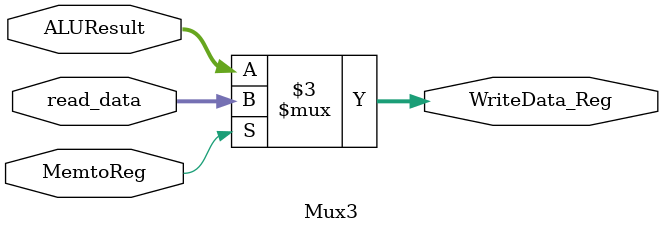
<source format=v>
module Mux3 (MemtoReg, read_data, ALUResult, WriteData_Reg);

	input MemtoReg;	
	input [31:0] read_data;
	input [31:0] ALUResult;
	output reg [31:0] WriteData_Reg;
	
	always @(*) begin
        if (MemtoReg)
            WriteData_Reg = read_data;
        else
            WriteData_Reg = ALUResult;
    end
endmodule


</source>
